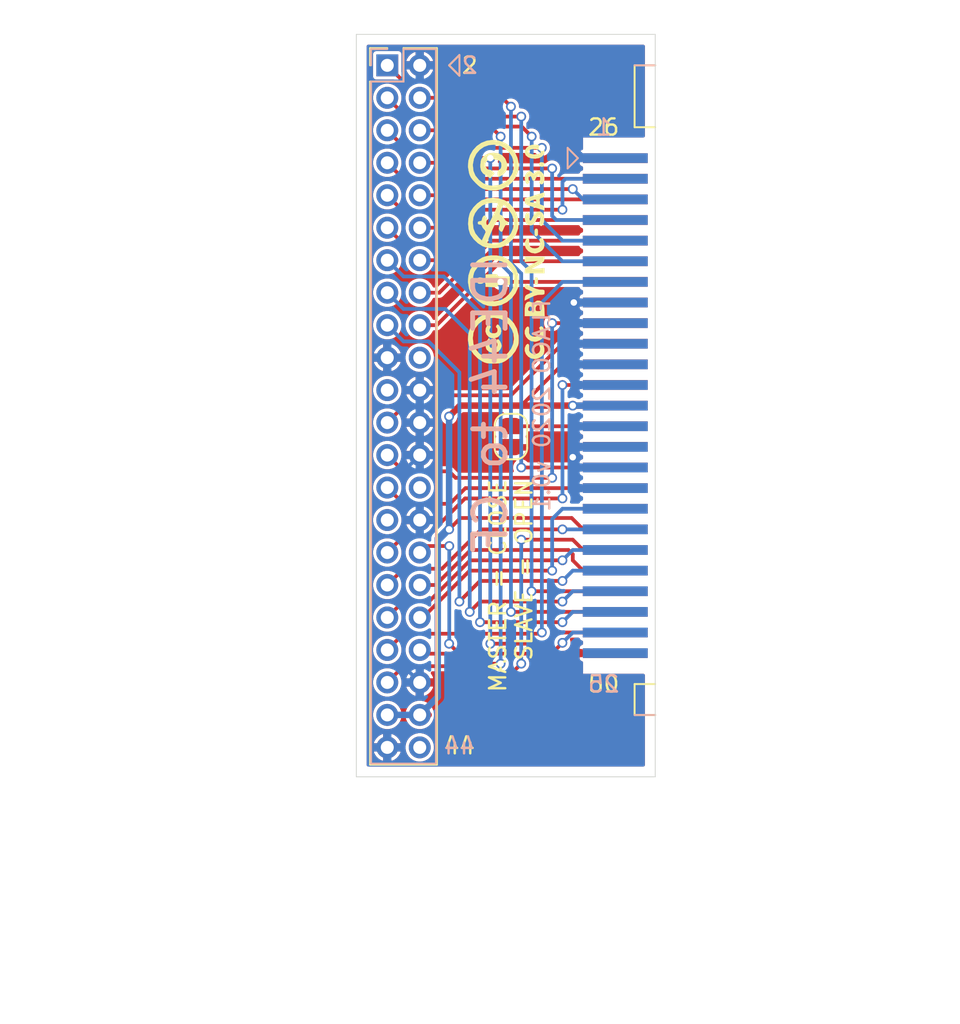
<source format=kicad_pcb>
(kicad_pcb (version 20211014) (generator pcbnew)
  (layers (0 "F.Cu" signal) (31 "B.Cu" signal) (34 "B.Paste" user) (35 "F.Paste" user) (36 "B.SilkS" user "B.Silkscreen") (37 "F.SilkS" user "F.Silkscreen") (38 "B.Mask" user) (39 "F.Mask" user) (44 "Edge.Cuts" user))
  (net 0 "")
  (net 1 "+5V")
  (net 2 "GND")
  (net 3 "/_CS1")
  (net 4 "/DA2")
  (net 5 "/PDIAG")
  (net 6 "/_IOCS16")
  (net 7 "/DD15")
  (net 8 "/DD14")
  (net 9 "/DD13")
  (net 10 "/DD12")
  (net 11 "/DD11")
  (net 12 "/DD10")
  (net 13 "/DD9")
  (net 14 "/DD8")
  (net 15 "/_ACTIVE")
  (net 16 "/_CS0")
  (net 17 "/DA0")
  (net 18 "/DA1")
  (net 19 "/INTRQ")
  (net 20 "/IORDY")
  (net 21 "/_DIOR")
  (net 22 "/_DIOW")
  (net 23 "/DD0")
  (net 24 "/DD1")
  (net 25 "/DD2")
  (net 26 "/DD3")
  (net 27 "/DD4")
  (net 28 "/DD5")
  (net 29 "/DD6")
  (net 30 "/DD7")
  (net 31 "/_DRESET")
  (net 32 "Net-(J2-Pad39)")
  (net 34 "/_DMACK")
  (net 35 "/CSEL")
  (net 36 "/DMARQ")
  (net 37 "/KEY")
  (footprint "Connector_PinHeader_2.00mm:PinHeader_2x22_P2.00mm_Vertical" (layer "F.Cu") (at 174.625 79.375)
    (fp_text reference "J1" hide)
    (fp_text value "IDE 44 host or ribbon")
    (pad "1" thru_hole rect (at 0 0) (size 1.35 1.35) (drill 0.8) (layers *.Cu *.Mask) (net 31 "/_DRESET"))
    (pad "2" thru_hole oval (at 2 0) (size 1.35 1.35) (drill 0.8) (layers *.Cu *.Mask) (net 2 "GND"))
    (pad "3" thru_hole oval (at 0 2) (size 1.35 1.35) (drill 0.8) (layers *.Cu *.Mask) (net 30 "/DD7"))
    (pad "4" thru_hole oval (at 2 2) (size 1.35 1.35) (drill 0.8) (layers *.Cu *.Mask) (net 14 "/DD8"))
    (pad "5" thru_hole oval (at 0 4) (size 1.35 1.35) (drill 0.8) (layers *.Cu *.Mask) (net 29 "/DD6"))
    (pad "6" thru_hole oval (at 2 4) (size 1.35 1.35) (drill 0.8) (layers *.Cu *.Mask) (net 13 "/DD9"))
    (pad "7" thru_hole oval (at 0 6) (size 1.35 1.35) (drill 0.8) (layers *.Cu *.Mask) (net 28 "/DD5"))
    (pad "8" thru_hole oval (at 2 6) (size 1.35 1.35) (drill 0.8) (layers *.Cu *.Mask) (net 12 "/DD10"))
    (pad "9" thru_hole oval (at 0 8) (size 1.35 1.35) (drill 0.8) (layers *.Cu *.Mask) (net 27 "/DD4"))
    (pad "10" thru_hole oval (at 2 8) (size 1.35 1.35) (drill 0.8) (layers *.Cu *.Mask) (net 11 "/DD11"))
    (pad "11" thru_hole oval (at 0 10) (size 1.35 1.35) (drill 0.8) (layers *.Cu *.Mask) (net 26 "/DD3"))
    (pad "12" thru_hole oval (at 2 10) (size 1.35 1.35) (drill 0.8) (layers *.Cu *.Mask) (net 10 "/DD12"))
    (pad "13" thru_hole oval (at 0 12) (size 1.35 1.35) (drill 0.8) (layers *.Cu *.Mask) (net 25 "/DD2"))
    (pad "14" thru_hole oval (at 2 12) (size 1.35 1.35) (drill 0.8) (layers *.Cu *.Mask) (net 9 "/DD13"))
    (pad "15" thru_hole oval (at 0 14) (size 1.35 1.35) (drill 0.8) (layers *.Cu *.Mask) (net 24 "/DD1"))
    (pad "16" thru_hole oval (at 2 14) (size 1.35 1.35) (drill 0.8) (layers *.Cu *.Mask) (net 8 "/DD14"))
    (pad "17" thru_hole oval (at 0 16) (size 1.35 1.35) (drill 0.8) (layers *.Cu *.Mask) (net 23 "/DD0"))
    (pad "18" thru_hole oval (at 2 16) (size 1.35 1.35) (drill 0.8) (layers *.Cu *.Mask) (net 7 "/DD15"))
    (pad "19" thru_hole oval (at 0 18) (size 1.35 1.35) (drill 0.8) (layers *.Cu *.Mask) (net 2 "GND"))
    (pad "20" thru_hole oval (at 2 18) (size 1.35 1.35) (drill 0.8) (layers *.Cu *.Mask) (net 37 "/KEY"))
    (pad "21" thru_hole oval (at 0 20) (size 1.35 1.35) (drill 0.8) (layers *.Cu *.Mask) (net 36 "/DMARQ"))
    (pad "22" thru_hole oval (at 2 20) (size 1.35 1.35) (drill 0.8) (layers *.Cu *.Mask) (net 2 "GND"))
    (pad "23" thru_hole oval (at 0 22) (size 1.35 1.35) (drill 0.8) (layers *.Cu *.Mask) (net 22 "/_DIOW"))
    (pad "24" thru_hole oval (at 2 22) (size 1.35 1.35) (drill 0.8) (layers *.Cu *.Mask) (net 2 "GND"))
    (pad "25" thru_hole oval (at 0 24) (size 1.35 1.35) (drill 0.8) (layers *.Cu *.Mask) (net 21 "/_DIOR"))
    (pad "26" thru_hole oval (at 2 24) (size 1.35 1.35) (drill 0.8) (layers *.Cu *.Mask) (net 2 "GND"))
    (pad "27" thru_hole oval (at 0 26) (size 1.35 1.35) (drill 0.8) (layers *.Cu *.Mask) (net 20 "/IORDY"))
    (pad "28" thru_hole oval (at 2 26) (size 1.35 1.35) (drill 0.8) (layers *.Cu *.Mask) (net 35 "/CSEL"))
    (pad "29" thru_hole oval (at 0 28) (size 1.35 1.35) (drill 0.8) (layers *.Cu *.Mask) (net 34 "/_DMACK"))
    (pad "30" thru_hole oval (at 2 28) (size 1.35 1.35) (drill 0.8) (layers *.Cu *.Mask) (net 2 "GND"))
    (pad "31" thru_hole oval (at 0 30) (size 1.35 1.35) (drill 0.8) (layers *.Cu *.Mask) (net 19 "/INTRQ"))
    (pad "32" thru_hole oval (at 2 30) (size 1.35 1.35) (drill 0.8) (layers *.Cu *.Mask) (net 6 "/_IOCS16"))
    (pad "33" thru_hole oval (at 0 32) (size 1.35 1.35) (drill 0.8) (layers *.Cu *.Mask) (net 18 "/DA1"))
    (pad "34" thru_hole oval (at 2 32) (size 1.35 1.35) (drill 0.8) (layers *.Cu *.Mask) (net 5 "/PDIAG"))
    (pad "35" thru_hole oval (at 0 34) (size 1.35 1.35) (drill 0.8) (layers *.Cu *.Mask) (net 17 "/DA0"))
    (pad "36" thru_hole oval (at 2 34) (size 1.35 1.35) (drill 0.8) (layers *.Cu *.Mask) (net 4 "/DA2"))
    (pad "37" thru_hole oval (at 0 36) (size 1.35 1.35) (drill 0.8) (layers *.Cu *.Mask) (net 16 "/_CS0"))
    (pad "38" thru_hole oval (at 2 36) (size 1.35 1.35) (drill 0.8) (layers *.Cu *.Mask) (net 3 "/_CS1"))
    (pad "39" thru_hole oval (at 0 38) (size 1.35 1.35) (drill 0.8) (layers *.Cu *.Mask) (net 15 "/_ACTIVE"))
    (pad "40" thru_hole oval (at 2 38) (size 1.35 1.35) (drill 0.8) (layers *.Cu *.Mask) (net 2 "GND"))
    (pad "41" thru_hole oval (at 0 40) (size 1.35 1.35) (drill 0.8) (layers *.Cu *.Mask) (net 1 "+5V"))
    (pad "42" thru_hole oval (at 2 40) (size 1.35 1.35) (drill 0.8) (layers *.Cu *.Mask) (net 1 "+5V"))
    (pad "43" thru_hole oval (at 0 42) (size 1.35 1.35) (drill 0.8) (layers *.Cu *.Mask) (net 2 "GND"))
    (pad "44" thru_hole oval (at 2 42) (size 1.35 1.35) (drill 0.8) (layers *.Cu *.Mask))
  )
  (footprint "Jumper:SolderJumper-2_P1.3mm_Open_RoundedPad1.0x1.5mm" (layer "F.Cu") (at 182.245 102.235 -90)
    (fp_text reference "JP1" hide)
    (fp_text value "CSEL")
    (pad "1" smd custom (at -0.65 0 270) (size 1 0.5) (layers "F.Cu" "F.Mask") (net 32 "Net-(J2-Pad39)") (options (clearance outline) (anchor rect)) (primitives (gr_circle (center 0 0.25) (end 0.5 0.25) (width 0) (fill yes)) (gr_circle (center 0 -0.25) (end 0.5 -0.25) (width 0) (fill yes)) (gr_poly (pts (xy 0.5 0.75) (xy 0 0.75) (xy 0 -0.75) (xy 0.5 -0.75)) (width 0) (fill yes))))
    (pad "2" smd custom (at 0.65 0 270) (size 1 0.5) (layers "F.Cu" "F.Mask") (net 2 "GND") (options (clearance outline) (anchor rect)) (primitives (gr_circle (center 0 0.25) (end 0.5 0.25) (width 0) (fill yes)) (gr_circle (center 0 -0.25) (end 0.5 -0.25) (width 0) (fill yes)) (gr_poly (pts (xy 0 0.75) (xy -0.5 0.75) (xy -0.5 -0.75) (xy 0 -0.75)) (width 0) (fill yes))))
  )
  (footprint "Sassa:CF_male_edge_connector" (layer "F.Cu") (at 191.135 100.33 -90)
    (fp_text reference "J2" hide)
    (fp_text value "CF IDE device")
    (pad "1" smd rect locked (at -15.24 2.46 270) (size 0.6 4) (layers "B.Cu" "B.Paste" "B.Mask") (net 2 "GND"))
    (pad "2" smd rect locked (at -13.97 2.46 270) (size 0.6 4) (layers "B.Cu" "B.Paste" "B.Mask") (net 26 "/DD3"))
    (pad "3" smd rect locked (at -12.7 2.46 270) (size 0.6 4) (layers "B.Cu" "B.Paste" "B.Mask") (net 27 "/DD4"))
    (pad "4" smd rect locked (at -11.43 2.46 270) (size 0.6 4) (layers "B.Cu" "B.Paste" "B.Mask") (net 28 "/DD5"))
    (pad "5" smd rect locked (at -10.16 2.46 270) (size 0.6 4) (layers "B.Cu" "B.Paste" "B.Mask") (net 29 "/DD6"))
    (pad "6" smd rect locked (at -8.89 2.46 270) (size 0.6 4) (layers "B.Cu" "B.Paste" "B.Mask") (net 30 "/DD7"))
    (pad "7" smd rect locked (at -7.62 2.46 270) (size 0.6 4) (layers "B.Cu" "B.Paste" "B.Mask") (net 16 "/_CS0"))
    (pad "8" smd rect locked (at -6.35 2.46 270) (size 0.6 4) (layers "B.Cu" "B.Paste" "B.Mask") (net 2 "GND"))
    (pad "9" smd rect locked (at -5.08 2.46 270) (size 0.6 4) (layers "B.Cu" "B.Paste" "B.Mask") (net 2 "GND"))
    (pad "10" smd rect locked (at -3.81 2.46 270) (size 0.6 4) (layers "B.Cu" "B.Paste" "B.Mask") (net 2 "GND"))
    (pad "11" smd rect locked (at -2.54 2.46 270) (size 0.6 4) (layers "B.Cu" "B.Paste" "B.Mask") (net 2 "GND"))
    (pad "12" smd rect locked (at -1.27 2.46 270) (size 0.6 4) (layers "B.Cu" "B.Paste" "B.Mask") (net 2 "GND"))
    (pad "13" smd rect locked (at 0 2.46 270) (size 0.6 4) (layers "B.Cu" "B.Paste" "B.Mask") (net 1 "+5V"))
    (pad "14" smd rect locked (at 1.27 2.46 270) (size 0.6 4) (layers "B.Cu" "B.Paste" "B.Mask") (net 2 "GND"))
    (pad "15" smd rect locked (at 2.54 2.46 270) (size 0.6 4) (layers "B.Cu" "B.Paste" "B.Mask") (net 2 "GND"))
    (pad "16" smd rect locked (at 3.81 2.46 270) (size 0.6 4) (layers "B.Cu" "B.Paste" "B.Mask") (net 2 "GND"))
    (pad "17" smd rect locked (at 5.08 2.46 270) (size 0.6 4) (layers "B.Cu" "B.Paste" "B.Mask") (net 2 "GND"))
    (pad "18" smd rect locked (at 6.35 2.46 270) (size 0.6 4) (layers "B.Cu" "B.Paste" "B.Mask") (net 4 "/DA2"))
    (pad "19" smd rect locked (at 7.62 2.46 270) (size 0.6 4) (layers "B.Cu" "B.Paste" "B.Mask") (net 18 "/DA1"))
    (pad "20" smd rect locked (at 8.89 2.46 270) (size 0.6 4) (layers "B.Cu" "B.Paste" "B.Mask") (net 17 "/DA0"))
    (pad "21" smd rect locked (at 10.16 2.46 270) (size 0.6 4) (layers "B.Cu" "B.Paste" "B.Mask") (net 23 "/DD0"))
    (pad "22" smd rect locked (at 11.43 2.46 270) (size 0.6 4) (layers "B.Cu" "B.Paste" "B.Mask") (net 24 "/DD1"))
    (pad "23" smd rect locked (at 12.7 2.46 270) (size 0.6 4) (layers "B.Cu" "B.Paste" "B.Mask") (net 25 "/DD2"))
    (pad "24" smd rect locked (at 13.97 2.46 270) (size 0.6 4) (layers "B.Cu" "B.Paste" "B.Mask") (net 6 "/_IOCS16"))
    (pad "25" smd rect locked (at 15.24 2.46 270) (size 0.6 4) (layers "B.Cu" "B.Paste" "B.Mask"))
    (pad "26" smd rect locked (at -15.24 2.46 270) (size 0.6 4) (layers "F.Cu" "F.Paste" "F.Mask"))
    (pad "27" smd rect locked (at -13.97 2.46 270) (size 0.6 4) (layers "F.Cu" "F.Paste" "F.Mask") (net 11 "/DD11"))
    (pad "28" smd rect locked (at -12.7 2.46 270) (size 0.6 4) (layers "F.Cu" "F.Paste" "F.Mask") (net 10 "/DD12"))
    (pad "29" smd rect locked (at -11.43 2.46 270) (size 0.6 4) (layers "F.Cu" "F.Paste" "F.Mask") (net 9 "/DD13"))
    (pad "30" smd rect locked (at -10.16 2.46 270) (size 0.6 4) (layers "F.Cu" "F.Paste" "F.Mask") (net 8 "/DD14"))
    (pad "31" smd rect locked (at -8.89 2.46 270) (size 0.6 4) (layers "F.Cu" "F.Paste" "F.Mask") (net 7 "/DD15"))
    (pad "32" smd rect locked (at -7.62 2.46 270) (size 0.6 4) (layers "F.Cu" "F.Paste" "F.Mask") (net 3 "/_CS1"))
    (pad "33" smd rect locked (at -6.35 2.46 270) (size 0.6 4) (layers "F.Cu" "F.Paste" "F.Mask"))
    (pad "34" smd rect locked (at -5.08 2.46 270) (size 0.6 4) (layers "F.Cu" "F.Paste" "F.Mask") (net 21 "/_DIOR"))
    (pad "35" smd rect locked (at -3.81 2.46 270) (size 0.6 4) (layers "F.Cu" "F.Paste" "F.Mask") (net 22 "/_DIOW"))
    (pad "36" smd rect locked (at -2.54 2.46 270) (size 0.6 4) (layers "F.Cu" "F.Paste" "F.Mask") (net 1 "+5V"))
    (pad "37" smd rect locked (at -1.27 2.46 270) (size 0.6 4) (layers "F.Cu" "F.Paste" "F.Mask") (net 19 "/INTRQ"))
    (pad "38" smd rect locked (at 0 2.46 270) (size 0.6 4) (layers "F.Cu" "F.Paste" "F.Mask") (net 1 "+5V"))
    (pad "39" smd rect locked (at 1.27 2.46 270) (size 0.6 4) (layers "F.Cu" "F.Paste" "F.Mask") (net 32 "Net-(J2-Pad39)"))
    (pad "40" smd rect locked (at 2.54 2.46 270) (size 0.6 4) (layers "F.Cu" "F.Paste" "F.Mask"))
    (pad "41" smd rect locked (at 3.81 2.46 270) (size 0.6 4) (layers "F.Cu" "F.Paste" "F.Mask") (net 31 "/_DRESET"))
    (pad "42" smd rect locked (at 5.08 2.46 270) (size 0.6 4) (layers "F.Cu" "F.Paste" "F.Mask") (net 20 "/IORDY"))
    (pad "43" smd rect locked (at 6.35 2.46 270) (size 0.6 4) (layers "F.Cu" "F.Paste" "F.Mask"))
    (pad "44" smd rect locked (at 7.62 2.46 270) (size 0.6 4) (layers "F.Cu" "F.Paste" "F.Mask") (net 1 "+5V"))
    (pad "45" smd rect locked (at 8.89 2.46 270) (size 0.6 4) (layers "F.Cu" "F.Paste" "F.Mask") (net 15 "/_ACTIVE"))
    (pad "46" smd rect locked (at 10.16 2.46 270) (size 0.6 4) (layers "F.Cu" "F.Paste" "F.Mask") (net 5 "/PDIAG"))
    (pad "47" smd rect locked (at 11.43 2.46 270) (size 0.6 4) (layers "F.Cu" "F.Paste" "F.Mask") (net 14 "/DD8"))
    (pad "48" smd rect locked (at 12.7 2.46 270) (size 0.6 4) (layers "F.Cu" "F.Paste" "F.Mask") (net 13 "/DD9"))
    (pad "49" smd rect locked (at 13.97 2.46 270) (size 0.6 4) (layers "F.Cu" "F.Paste" "F.Mask") (net 12 "/DD10"))
    (pad "50" smd rect locked (at 15.24 2.46 270) (size 0.6 4) (layers "F.Cu" "F.Paste" "F.Mask") (net 2 "GND"))
  )
  (footprint "Sassa:CC_BY_NC_SA_long_silkscreen" (layer "F.Cu") (at 181.9275 90.805 90)
    (fp_text reference "FID1" hide)
    (fp_text value "CC_BY_NC_SA" hide)
  )
  (gr_line (start 179.07 80.01) (end 178.435 79.375) (layer "B.SilkS") (width 0.12))
  (gr_line (start 185.7375 85.725) (end 186.3725 85.09) (layer "B.SilkS") (width 0.12))
  (gr_line (start 177.625 78.375) (end 175.625 78.375) (layer "B.SilkS") (width 0.12))
  (gr_line (start 191.135 79.375) (end 189.865 79.375) (layer "B.SilkS") (width 0.12))
  (gr_line (start 177.625 122.375) (end 177.625 78.375) (layer "B.SilkS") (width 0.12))
  (gr_line (start 173.625 122.375) (end 177.625 122.375) (layer "B.SilkS") (width 0.12))
  (gr_line (start 173.625 80.375) (end 173.625 122.375) (layer "B.SilkS") (width 0.12))
  (gr_line (start 178.435 79.375) (end 179.07 78.74) (layer "B.SilkS") (width 0.12))
  (gr_line (start 175.625 80.375) (end 173.625 80.375) (layer "B.SilkS") (width 0.12))
  (gr_line (start 173.625 78.375) (end 173.625 79.375) (layer "B.SilkS") (width 0.12))
  (gr_line (start 179.07 78.74) (end 179.07 80.01) (layer "B.SilkS") (width 0.12))
  (gr_line (start 185.7375 84.455) (end 185.7375 85.725) (layer "B.SilkS") (width 0.12))
  (gr_line (start 175.625 78.375) (end 175.625 80.375) (layer "B.SilkS") (width 0.12))
  (gr_line (start 191.135 119.38) (end 189.865 119.38) (layer "B.SilkS") (width 0.12))
  (gr_line (start 186.3725 85.09) (end 185.7375 84.455) (layer "B.SilkS") (width 0.12))
  (gr_line (start 174.625 78.375) (end 173.625 78.375) (layer "B.SilkS") (width 0.12))
  (gr_line (start 179.07 80.01) (end 178.435 79.375) (layer "F.SilkS") (width 0.12))
  (gr_line (start 189.865 117.475) (end 189.865 119.38) (layer "F.SilkS") (width 0.12))
  (gr_line (start 189.865 79.375) (end 189.865 83.185) (layer "F.SilkS") (width 0.12))
  (gr_line (start 191.135 79.375) (end 189.865 79.375) (layer "F.SilkS") (width 0.12))
  (gr_line (start 191.135 119.38) (end 189.865 119.38) (layer "F.SilkS") (width 0.12))
  (gr_line (start 189.865 83.185) (end 191.135 83.185) (layer "F.SilkS") (width 0.12))
  (gr_line (start 178.435 79.375) (end 179.07 78.74) (layer "F.SilkS") (width 0.12))
  (gr_line (start 191.135 117.475) (end 189.865 117.475) (layer "F.SilkS") (width 0.12))
  (gr_line (start 179.07 78.74) (end 179.07 80.01) (layer "F.SilkS") (width 0.12))
  (gr_line (start 172.72 123.19) (end 172.72 77.47) (layer "Edge.Cuts") (width 0.05))
  (gr_line (start 172.72 77.47) (end 191.135 77.47) (layer "Edge.Cuts") (width 0.05))
  (gr_line (start 191.135 123.19) (end 172.72 123.19) (layer "Edge.Cuts") (width 0.05))
  (gr_line (start 191.135 77.47) (end 191.135 123.19) (layer "Edge.Cuts") (width 0.05))
  (gr_text "FLACO 2020 v0.1" (at 184.15 100.33 90) (layer "B.SilkS") (effects (font (size 1 1)) (justify mirror)))
  (gr_text "IDE44 to CF" (at 180.975 100.33 90) (layer "B.SilkS") (effects (font (size 2 2) (thickness 0.3)) (justify mirror)))
  (gr_text "25" (at 187.96 117.475) (layer "B.SilkS") (effects (font (size 1 1)) (justify mirror)))
  (gr_text "1" (at 187.96 83.185) (layer "B.SilkS") (effects (font (size 1 1)) (justify mirror)))
  (gr_text "2" (at 179.705 79.375) (layer "B.SilkS") (effects (font (size 1 1)) (justify mirror)))
  (gr_text "44" (at 179.07 121.285) (layer "B.SilkS") (effects (font (size 1 1)) (justify mirror)))
  (gr_text "50" (at 187.96 117.475) (layer "F.SilkS") (effects (font (size 1 1))))
  (gr_text "MASTER = CLOSE\nSLAVE = OPEN" (at 182.245 104.775 90) (layer "F.SilkS") (effects (font (size 1 1)) (justify right)))
  (gr_text "26" (at 187.96 83.185) (layer "F.SilkS") (effects (font (size 1 1))))
  (gr_text "44" (at 179.07 121.285) (layer "F.SilkS") (effects (font (size 1 1))))
  (gr_text "2" (at 179.705 79.375) (layer "F.SilkS") (effects (font (size 1 1))))
  (segment (start 186.055 100.33) (end 188.675 100.33) (width 0.4) (layer "F.Cu") (net 1))
  (segment (start 185.989999 107.249999) (end 179.135001 107.249999) (width 0.23) (layer "F.Cu") (net 1))
  (segment (start 188.675 97.79) (end 185.42 97.79) (width 0.23) (layer "F.Cu") (net 1))
  (segment (start 176.625 119.375) (end 177.17 119.375) (width 0.4) (layer "F.Cu") (net 1))
  (segment (start 188.675 107.95) (end 186.69 107.95) (width 0.23) (layer "F.Cu") (net 1))
  (segment (start 186.69 107.95) (end 185.989999 107.249999) (width 0.23) (layer "F.Cu") (net 1))
  (segment (start 179.135001 107.249999) (end 178.435 107.95) (width 0.23) (layer "F.Cu") (net 1))
  (segment (start 186.055 100.33) (end 179.103181 100.33) (width 0.4) (layer "F.Cu") (net 1))
  (segment (start 185.42 97.79) (end 182.88 100.33) (width 0.23) (layer "F.Cu") (net 1))
  (segment (start 179.103181 100.33) (end 178.435 100.998181) (width 0.4) (layer "F.Cu") (net 1))
  (via (at 178.435 107.95) (size 0.6) (drill 0.4) (layers "F.Cu" "B.Cu") (net 1))
  (via (at 178.435 100.998181) (size 0.6) (drill 0.4) (layers "F.Cu" "B.Cu") (net 1))
  (via (at 186.055 100.33) (size 0.6) (drill 0.4) (layers "F.Cu" "B.Cu") (net 1))
  (segment (start 177.865001 108.519999) (end 177.734999 108.519999) (width 0.4) (layer "B.Cu") (net 1))
  (segment (start 177.734999 108.883999) (end 177.734999 108.519999) (width 0.4) (layer "B.Cu") (net 1))
  (segment (start 178.435 107.95) (end 177.865001 108.519999) (width 0.4) (layer "B.Cu") (net 1))
  (segment (start 174.625 119.375) (end 176.625 119.375) (width 0.4) (layer "B.Cu") (net 1))
  (segment (start 177.734999 108.519999) (end 178.435 107.819998) (width 0.4) (layer "B.Cu") (net 1))
  (segment (start 178.435 107.819998) (end 178.435 100.998181) (width 0.4) (layer "B.Cu") (net 1))
  (segment (start 186.055 100.33) (end 188.675 100.33) (width 0.4) (layer "B.Cu") (net 1))
  (segment (start 176.625 119.375) (end 177.734999 118.265001) (width 0.4) (layer "B.Cu") (net 1))
  (segment (start 177.734999 118.265001) (end 177.734999 108.883999) (width 0.4) (layer "B.Cu") (net 1))
  (segment (start 184.47 117.375) (end 176.625 117.375) (width 0.4) (layer "F.Cu") (net 2))
  (segment (start 176.625 103.375) (end 178.435 103.375) (width 0.4) (layer "F.Cu") (net 2))
  (segment (start 185.45 102.9) (end 186.055 103.505) (width 0.4) (layer "F.Cu") (net 2))
  (segment (start 186.275 115.57) (end 184.47 117.375) (width 0.4) (layer "F.Cu") (net 2))
  (segment (start 178.91 102.9) (end 185.45 102.9) (width 0.4) (layer "F.Cu") (net 2))
  (segment (start 178.435 103.375) (end 178.91 102.9) (width 0.4) (layer "F.Cu") (net 2))
  (segment (start 188.675 115.57) (end 186.275 115.57) (width 0.4) (layer "F.Cu") (net 2))
  (via (at 186.120001 93.98) (size 0.6) (drill 0.4) (layers "F.Cu" "B.Cu") (net 2))
  (via (at 186.055 103.505) (size 0.6) (drill 0.4) (layers "F.Cu" "B.Cu") (net 2))
  (segment (start 186.120001 93.98) (end 188.675 93.98) (width 0.4) (layer "B.Cu") (net 2))
  (segment (start 186.055 104.14) (end 186.055 105.41) (width 0.4) (layer "B.Cu") (net 2))
  (segment (start 186.69 85.09) (end 185.42 83.82) (width 0.4) (layer "B.Cu") (net 2))
  (segment (start 186.120001 96.454999) (end 186.120001 95.315001) (width 0.4) (layer "B.Cu") (net 2))
  (segment (start 186.120001 95.315001) (end 186.120001 93.98) (width 0.4) (layer "B.Cu") (net 2))
  (segment (start 175.634999 104.365001) (end 175.634999 116.384999) (width 0.23) (layer "B.Cu") (net 2))
  (segment (start 176.625 103.375) (end 175.634999 104.365001) (width 0.23) (layer "B.Cu") (net 2))
  (segment (start 186.120001 97.855001) (end 186.120001 96.454999) (width 0.4) (layer "B.Cu") (net 2))
  (segment (start 188.675 97.79) (end 186.185002 97.79) (width 0.4) (layer "B.Cu") (net 2))
  (segment (start 188.675 102.87) (end 186.055 102.87) (width 0.4) (layer "B.Cu") (net 2))
  (segment (start 186.055 102.87) (end 186.055 103.505) (width 0.4) (layer "B.Cu") (net 2))
  (segment (start 188.675 99.06) (end 186.120001 99.06) (width 0.4) (layer "B.Cu") (net 2))
  (segment (start 185.42 83.82) (end 180.975 79.375) (width 0.4) (layer "B.Cu") (net 2))
  (segment (start 188.675 104.14) (end 186.055 104.14) (width 0.4) (layer "B.Cu") (net 2))
  (segment (start 186.055 103.505) (end 186.055 104.14) (width 0.4) (layer "B.Cu") (net 2))
  (segment (start 186.120001 93.98) (end 186.120001 93.98) (width 0.4) (layer "B.Cu") (net 2))
  (segment (start 186.185002 95.25) (end 186.120001 95.315001) (width 0.4) (layer "B.Cu") (net 2))
  (segment (start 186.120001 99.06) (end 186.120001 97.855001) (width 0.4) (layer "B.Cu") (net 2))
  (segment (start 188.675 85.09) (end 186.69 85.09) (width 0.4) (layer "B.Cu") (net 2))
  (segment (start 180.975 79.375) (end 176.625 79.375) (width 0.4) (layer "B.Cu") (net 2))
  (segment (start 186.185002 96.52) (end 186.120001 96.454999) (width 0.4) (layer "B.Cu") (net 2))
  (segment (start 186.055 101.6) (end 186.055 102.87) (width 0.4) (layer "B.Cu") (net 2))
  (segment (start 188.675 95.25) (end 186.185002 95.25) (width 0.4) (layer "B.Cu") (net 2))
  (segment (start 188.675 96.52) (end 186.185002 96.52) (width 0.4) (layer "B.Cu") (net 2))
  (segment (start 186.055 105.41) (end 188.675 105.41) (width 0.4) (layer "B.Cu") (net 2))
  (segment (start 188.675 101.6) (end 186.055 101.6) (width 0.4) (layer "B.Cu") (net 2))
  (segment (start 186.185002 97.79) (end 186.120001 97.855001) (width 0.4) (layer "B.Cu") (net 2))
  (segment (start 175.634999 116.384999) (end 176.625 117.375) (width 0.23) (layer "B.Cu") (net 2))
  (segment (start 182.034264 92.71) (end 181.61 92.71) (width 0.23) (layer "F.Cu") (net 3))
  (segment (start 178.435 115.605012) (end 179.050009 116.220021) (width 0.23) (layer "F.Cu") (net 3))
  (segment (start 176.625 115.375) (end 176.855012 115.605012) (width 0.23) (layer "F.Cu") (net 3))
  (segment (start 179.050009 116.220021) (end 181.610004 116.220021) (width 0.23) (layer "F.Cu") (net 3))
  (segment (start 187.405 92.71) (end 182.034264 92.71) (width 0.23) (layer "F.Cu") (net 3))
  (segment (start 176.855012 115.605012) (end 178.435 115.605012) (width 0.23) (layer "F.Cu") (net 3))
  (via (at 181.61 92.71) (size 0.6) (drill 0.4) (layers "F.Cu" "B.Cu") (net 3))
  (via (at 181.610004 116.220021) (size 0.6) (drill 0.4) (layers "F.Cu" "B.Cu") (net 3))
  (segment (start 181.610004 116.220021) (end 181.610004 92.710004) (width 0.23) (layer "B.Cu") (net 3))
  (segment (start 181.610004 92.710004) (end 181.61 92.71) (width 0.23) (layer "B.Cu") (net 3))
  (segment (start 179.705 110.49) (end 184.785 110.49) (width 0.23) (layer "F.Cu") (net 4))
  (segment (start 176.625 113.375) (end 176.82 113.375) (width 0.23) (layer "F.Cu") (net 4))
  (segment (start 176.82 113.375) (end 179.705 110.49) (width 0.23) (layer "F.Cu") (net 4))
  (via (at 184.785 110.49) (size 0.6) (drill 0.4) (layers "F.Cu" "B.Cu") (net 4))
  (segment (start 185.42 106.68) (end 184.785 107.315) (width 0.23) (layer "B.Cu") (net 4))
  (segment (start 184.785 107.315) (end 184.785 110.49) (width 0.23) (layer "B.Cu") (net 4))
  (segment (start 187.405 106.68) (end 185.42 106.68) (width 0.23) (layer "B.Cu") (net 4))
  (segment (start 179.758746 109.22) (end 177.603746 111.375) (width 0.23) (layer "F.Cu") (net 5))
  (segment (start 187.405 110.49) (end 187.059998 110.49) (width 0.23) (layer "F.Cu") (net 5))
  (segment (start 185.922499 109.352501) (end 185.789998 109.22) (width 0.23) (layer "F.Cu") (net 5))
  (segment (start 177.603746 111.375) (end 176.625 111.375) (width 0.23) (layer "F.Cu") (net 5))
  (segment (start 185.789998 109.22) (end 179.758746 109.22) (width 0.23) (layer "F.Cu") (net 5))
  (segment (start 186.055 109.485002) (end 185.922499 109.352501) (width 0.23) (layer "F.Cu") (net 5))
  (segment (start 186.69 110.49) (end 186.055 109.855) (width 0.23) (layer "F.Cu") (net 5))
  (segment (start 188.675 110.49) (end 186.69 110.49) (width 0.23) (layer "F.Cu") (net 5))
  (segment (start 186.055 109.855) (end 186.055 109.485002) (width 0.23) (layer "F.Cu") (net 5))
  (segment (start 179.050001 115.605011) (end 178.435 114.99001) (width 0.23) (layer "F.Cu") (net 6))
  (segment (start 185.42 114.935) (end 184.749989 115.605011) (width 0.23) (layer "F.Cu") (net 6))
  (segment (start 184.749989 115.605011) (end 179.050001 115.605011) (width 0.23) (layer "F.Cu") (net 6))
  (segment (start 176.625 109.375) (end 177.025033 108.974967) (width 0.23) (layer "F.Cu") (net 6))
  (segment (start 177.025033 108.974967) (end 178.44499 108.974967) (width 0.23) (layer "F.Cu") (net 6))
  (via (at 178.44499 108.974967) (size 0.6) (drill 0.4) (layers "F.Cu" "B.Cu") (net 6))
  (via (at 185.42 114.935) (size 0.6) (drill 0.4) (layers "F.Cu" "B.Cu") (net 6))
  (via (at 178.435 114.99001) (size 0.6) (drill 0.4) (layers "F.Cu" "B.Cu") (net 6))
  (segment (start 178.44499 108.974967) (end 178.44499 114.98002) (width 0.23) (layer "B.Cu") (net 6))
  (segment (start 186.055 114.3) (end 185.42 114.935) (width 0.23) (layer "B.Cu") (net 6))
  (segment (start 188.675 114.3) (end 186.055 114.3) (width 0.23) (layer "B.Cu") (net 6))
  (segment (start 178.44499 114.98002) (end 178.435 114.99001) (width 0.23) (layer "B.Cu") (net 6))
  (segment (start 177.675 95.375) (end 176.625 95.375) (width 0.23) (layer "F.Cu") (net 7))
  (segment (start 181.61 91.44) (end 177.675 95.375) (width 0.23) (layer "F.Cu") (net 7))
  (segment (start 187.405 91.44) (end 181.61 91.44) (width 0.23) (layer "F.Cu") (net 7))
  (segment (start 187.405 90.17) (end 181.0375 90.17) (width 0.23) (layer "F.Cu") (net 8))
  (segment (start 181.0375 90.17) (end 177.8325 93.375) (width 0.23) (layer "F.Cu") (net 8))
  (segment (start 177.8325 93.375) (end 176.625 93.375) (width 0.23) (layer "F.Cu") (net 8))
  (segment (start 187.405 88.9) (end 180.94532 88.9) (width 0.23) (layer "F.Cu") (net 9))
  (segment (start 178.47032 91.375) (end 176.625 91.375) (width 0.23) (layer "F.Cu") (net 9))
  (segment (start 180.94532 88.9) (end 178.47032 91.375) (width 0.23) (layer "F.Cu") (net 9))
  (segment (start 180.18 87.63) (end 178.435 89.375) (width 0.23) (layer "F.Cu") (net 10))
  (segment (start 178.435 89.375) (end 176.625 89.375) (width 0.23) (layer "F.Cu") (net 10))
  (segment (start 187.405 87.63) (end 180.18 87.63) (width 0.23) (layer "F.Cu") (net 10))
  (segment (start 178.435 87.375) (end 176.625 87.375) (width 0.23) (layer "F.Cu") (net 11))
  (segment (start 188.675 86.36) (end 179.45 86.36) (width 0.23) (layer "F.Cu") (net 11))
  (segment (start 179.45 86.36) (end 178.435 87.375) (width 0.23) (layer "F.Cu") (net 11))
  (segment (start 178.72 85.09) (end 180.975 85.09) (width 0.23) (layer "F.Cu") (net 12))
  (segment (start 187.405 114.3) (end 185.075002 114.3) (width 0.23) (layer "F.Cu") (net 12))
  (segment (start 178.435 85.375) (end 178.72 85.09) (width 0.23) (layer "F.Cu") (net 12))
  (segment (start 176.625 85.375) (end 178.435 85.375) (width 0.23) (layer "F.Cu") (net 12))
  (segment (start 185.075002 114.3) (end 184.384992 114.99001) (width 0.23) (layer "F.Cu") (net 12))
  (segment (start 184.384992 114.99001) (end 180.975004 114.99001) (width 0.23) (layer "F.Cu") (net 12))
  (via (at 180.975 85.09) (size 0.6) (drill 0.4) (layers "F.Cu" "B.Cu") (net 12))
  (via (at 180.975004 114.99001) (size 0.6) (drill 0.4) (layers "F.Cu" "B.Cu") (net 12))
  (segment (start 180.975004 85.090004) (end 180.975 85.09) (width 0.23) (layer "B.Cu") (net 12))
  (segment (start 180.975004 114.99001) (end 180.975004 85.090004) (width 0.23) (layer "B.Cu") (net 12))
  (segment (start 182.245 113.03) (end 187.405 113.03) (width 0.23) (layer "F.Cu") (net 13))
  (segment (start 176.625 83.375) (end 181.22501 83.375) (width 0.23) (layer "F.Cu") (net 13))
  (segment (start 181.22501 83.375) (end 181.61 83.75999) (width 0.23) (layer "F.Cu") (net 13))
  (via (at 182.245 113.03) (size 0.6) (drill 0.4) (layers "F.Cu" "B.Cu") (net 13))
  (via (at 181.61 83.75999) (size 0.6) (drill 0.4) (layers "F.Cu" "B.Cu") (net 13))
  (segment (start 182.245 113.03) (end 182.245 92.229842) (width 0.23) (layer "B.Cu") (net 13))
  (segment (start 181.61 91.594842) (end 181.61 83.75999) (width 0.23) (layer "B.Cu") (net 13))
  (segment (start 182.245 92.229842) (end 181.61 91.594842) (width 0.23) (layer "B.Cu") (net 13))
  (segment (start 176.625 81.375) (end 180.685734 81.375) (width 0.23) (layer "F.Cu") (net 14))
  (segment (start 180.685734 81.375) (end 181.840712 82.529978) (width 0.23) (layer "F.Cu") (net 14))
  (segment (start 181.840712 82.529978) (end 182.88 82.529978) (width 0.23) (layer "F.Cu") (net 14))
  (segment (start 187.405 111.76) (end 183.515 111.76) (width 0.23) (layer "F.Cu") (net 14))
  (via (at 182.88 82.529978) (size 0.6) (drill 0.4) (layers "F.Cu" "B.Cu") (net 14))
  (via (at 183.515 111.76) (size 0.6) (drill 0.4) (layers "F.Cu" "B.Cu") (net 14))
  (segment (start 183.515 92.075) (end 183.515 111.76) (width 0.23) (layer "B.Cu") (net 14))
  (segment (start 182.88 82.529978) (end 182.88 91.44) (width 0.23) (layer "B.Cu") (net 14))
  (segment (start 182.88 91.44) (end 183.515 92.075) (width 0.23) (layer "B.Cu") (net 14))
  (segment (start 186.055 108.585) (end 182.88 108.585) (width 0.23) (layer "F.Cu") (net 15))
  (segment (start 174.625 117.375) (end 175.625 116.375) (width 0.23) (layer "F.Cu") (net 15))
  (segment (start 178.435 116.375) (end 178.895023 116.835023) (width 0.23) (layer "F.Cu") (net 15))
  (segment (start 182.264998 116.835023) (end 182.88 116.220021) (width 0.23) (layer "F.Cu") (net 15))
  (segment (start 178.895023 116.835023) (end 182.264998 116.835023) (width 0.23) (layer "F.Cu") (net 15))
  (segment (start 175.625 116.375) (end 178.435 116.375) (width 0.23) (layer "F.Cu") (net 15))
  (segment (start 188.675 109.22) (end 186.69 109.22) (width 0.23) (layer "F.Cu") (net 15))
  (segment (start 186.69 109.22) (end 186.055 108.585) (width 0.23) (layer "F.Cu") (net 15))
  (via (at 182.88 108.585) (size 0.6) (drill 0.4) (layers "F.Cu" "B.Cu") (net 15))
  (via (at 182.88 116.220021) (size 0.6) (drill 0.4) (layers "F.Cu" "B.Cu") (net 15))
  (segment (start 182.88 108.585) (end 182.88 116.220021) (width 0.23) (layer "B.Cu") (net 15))
  (segment (start 184.075 114.375) (end 184.15 114.3) (width 0.23) (layer "F.Cu") (net 16))
  (segment (start 175.625 114.375) (end 184.075 114.375) (width 0.23) (layer "F.Cu") (net 16))
  (segment (start 174.625 115.375) (end 175.625 114.375) (width 0.23) (layer "F.Cu") (net 16))
  (via (at 184.15 114.3) (size 0.6) (drill 0.4) (layers "F.Cu" "B.Cu") (net 16))
  (segment (start 184.15 93.98) (end 184.15 114.3) (width 0.23) (layer "B.Cu") (net 16))
  (segment (start 185.42 92.71) (end 184.15 93.98) (width 0.23) (layer "B.Cu") (net 16))
  (segment (start 187.405 92.71) (end 185.42 92.71) (width 0.23) (layer "B.Cu") (net 16))
  (segment (start 179.731863 109.85501) (end 185.42 109.85501) (width 0.23) (layer "F.Cu") (net 17))
  (segment (start 174.625 113.375) (end 175.625 112.375) (width 0.23) (layer "F.Cu") (net 17))
  (segment (start 177.211873 112.375) (end 179.731863 109.85501) (width 0.23) (layer "F.Cu") (net 17))
  (segment (start 175.625 112.375) (end 177.211873 112.375) (width 0.23) (layer "F.Cu") (net 17))
  (via (at 185.42 109.85501) (size 0.6) (drill 0.4) (layers "F.Cu" "B.Cu") (net 17))
  (segment (start 188.675 109.22) (end 186.05501 109.22) (width 0.23) (layer "B.Cu") (net 17))
  (segment (start 186.05501 109.22) (end 185.42 109.85501) (width 0.23) (layer "B.Cu") (net 17))
  (segment (start 180.420618 107.95) (end 185.42 107.95) (width 0.23) (layer "F.Cu") (net 18))
  (segment (start 177.995618 110.375) (end 180.420618 107.95) (width 0.23) (layer "F.Cu") (net 18))
  (segment (start 175.625 110.375) (end 177.995618 110.375) (width 0.23) (layer "F.Cu") (net 18))
  (segment (start 174.625 111.375) (end 175.625 110.375) (width 0.23) (layer "F.Cu") (net 18))
  (via (at 185.42 107.95) (size 0.6) (drill 0.4) (layers "F.Cu" "B.Cu") (net 18))
  (segment (start 188.675 107.95) (end 185.42 107.95) (width 0.23) (layer "B.Cu") (net 18))
  (segment (start 177.084996 108.375) (end 179.414996 106.045) (width 0.23) (layer "F.Cu") (net 19))
  (segment (start 179.414996 106.045) (end 185.42 106.045) (width 0.23) (layer "F.Cu") (net 19))
  (segment (start 174.625 109.375) (end 175.625 108.375) (width 0.23) (layer "F.Cu") (net 19))
  (segment (start 175.625 108.375) (end 177.084996 108.375) (width 0.23) (layer "F.Cu") (net 19))
  (segment (start 185.42 99.06) (end 188.675 99.06) (width 0.23) (layer "F.Cu") (net 19))
  (via (at 185.42 99.06) (size 0.6) (drill 0.4) (layers "F.Cu" "B.Cu") (net 19))
  (via (at 185.42 106.045) (size 0.6) (drill 0.4) (layers "F.Cu" "B.Cu") (net 19))
  (segment (start 185.42 106.045) (end 185.42 99.06) (width 0.23) (layer "B.Cu") (net 19))
  (segment (start 178.47687 106.375) (end 179.44187 105.41) (width 0.23) (layer "F.Cu") (net 20))
  (segment (start 175.625 106.375) (end 178.47687 106.375) (width 0.23) (layer "F.Cu") (net 20))
  (segment (start 174.625 105.375) (end 175.625 106.375) (width 0.23) (layer "F.Cu") (net 20))
  (segment (start 179.44187 105.41) (end 188.675 105.41) (width 0.23) (layer "F.Cu") (net 20))
  (segment (start 184.785 95.25) (end 188.675 95.25) (width 0.23) (layer "F.Cu") (net 21))
  (segment (start 175.625 104.375) (end 178.435 104.375) (width 0.23) (layer "F.Cu") (net 21))
  (segment (start 178.835 104.775) (end 184.785 104.775) (width 0.23) (layer "F.Cu") (net 21))
  (segment (start 174.625 103.375) (end 175.625 104.375) (width 0.23) (layer "F.Cu") (net 21))
  (segment (start 178.435 104.375) (end 178.835 104.775) (width 0.23) (layer "F.Cu") (net 21))
  (via (at 184.785 95.25) (size 0.6) (drill 0.4) (layers "F.Cu" "B.Cu") (net 21))
  (via (at 184.785 104.775) (size 0.6) (drill 0.4) (layers "F.Cu" "B.Cu") (net 21))
  (segment (start 184.785 95.25) (end 184.785 104.775) (width 0.23) (layer "B.Cu") (net 21))
  (segment (start 178.363246 99.695) (end 182.245 99.695) (width 0.23) (layer "F.Cu") (net 22))
  (segment (start 182.245 99.695) (end 185.42 96.52) (width 0.23) (layer "F.Cu") (net 22))
  (segment (start 185.42 96.52) (end 187.405 96.52) (width 0.23) (layer "F.Cu") (net 22))
  (segment (start 177.683246 100.375) (end 178.363246 99.695) (width 0.23) (layer "F.Cu") (net 22))
  (segment (start 174.625 101.375) (end 175.625 100.375) (width 0.23) (layer "F.Cu") (net 22))
  (segment (start 175.625 100.375) (end 177.683246 100.375) (width 0.23) (layer "F.Cu") (net 22))
  (segment (start 180.34 111.125) (end 179.07 112.395) (width 0.23) (layer "F.Cu") (net 23))
  (segment (start 185.42 111.125) (end 180.34 111.125) (width 0.23) (layer "F.Cu") (net 23))
  (via (at 179.07 112.395) (size 0.6) (drill 0.4) (layers "F.Cu" "B.Cu") (net 23))
  (via (at 185.42 111.125) (size 0.6) (drill 0.4) (layers "F.Cu" "B.Cu") (net 23))
  (segment (start 174.625 95.375) (end 175.625001 96.375001) (width 0.23) (layer "B.Cu") (net 23))
  (segment (start 177.165 96.375) (end 179.07 98.28) (width 0.23) (layer "B.Cu") (net 23))
  (segment (start 186.055 110.49) (end 185.42 111.125) (width 0.23) (layer "B.Cu") (net 23))
  (segment (start 179.07 98.28) (end 179.07 112.395) (width 0.23) (layer "B.Cu") (net 23))
  (segment (start 188.675 110.49) (end 186.055 110.49) (width 0.23) (layer "B.Cu") (net 23))
  (segment (start 175.625001 96.375001) (end 177.165 96.375001) (width 0.23) (layer "B.Cu") (net 23))
  (segment (start 185.42 112.395) (end 180.34 112.395) (width 0.23) (layer "F.Cu") (net 24))
  (segment (start 180.34 112.395) (end 179.705 113.03) (width 0.23) (layer "F.Cu") (net 24))
  (via (at 179.705 113.03) (size 0.6) (drill 0.4) (layers "F.Cu" "B.Cu") (net 24))
  (via (at 185.42 112.395) (size 0.6) (drill 0.4) (layers "F.Cu" "B.Cu") (net 24))
  (segment (start 179.705 95.885) (end 179.705 113.03) (width 0.23) (layer "B.Cu") (net 24))
  (segment (start 178.195 94.375) (end 179.705 95.885) (width 0.23) (layer "B.Cu") (net 24))
  (segment (start 175.625 94.375) (end 178.195 94.375) (width 0.23) (layer "B.Cu") (net 24))
  (segment (start 174.625 93.375) (end 175.625 94.375) (width 0.23) (layer "B.Cu") (net 24))
  (segment (start 186.055 111.76) (end 185.42 112.395) (width 0.23) (layer "B.Cu") (net 24))
  (segment (start 188.675 111.76) (end 186.055 111.76) (width 0.23) (layer "B.Cu") (net 24))
  (segment (start 185.42 113.665) (end 180.34 113.665) (width 0.23) (layer "F.Cu") (net 25))
  (via (at 185.42 113.665) (size 0.6) (drill 0.4) (layers "F.Cu" "B.Cu") (net 25))
  (via (at 180.34 113.665) (size 0.6) (drill 0.4) (layers "F.Cu" "B.Cu") (net 25))
  (segment (start 175.625 92.375) (end 178.1 92.375) (width 0.23) (layer "B.Cu") (net 25))
  (segment (start 178.1 92.375) (end 180.34 94.615) (width 0.23) (layer "B.Cu") (net 25))
  (segment (start 186.055 113.03) (end 185.42 113.665) (width 0.23) (layer "B.Cu") (net 25))
  (segment (start 180.34 94.615) (end 180.34 113.665) (width 0.23) (layer "B.Cu") (net 25))
  (segment (start 174.625 91.375) (end 175.625 92.375) (width 0.23) (layer "B.Cu") (net 25))
  (segment (start 188.675 113.03) (end 186.055 113.03) (width 0.23) (layer "B.Cu") (net 25))
  (segment (start 185.42 88.265) (end 185.42 88.265) (width 0.23) (layer "F.Cu") (net 26))
  (segment (start 175.625 90.375) (end 178.435 90.375) (width 0.23) (layer "F.Cu") (net 26))
  (segment (start 180.545 88.265) (end 185.42 88.265) (width 0.23) (layer "F.Cu") (net 26))
  (segment (start 178.435 90.375) (end 180.545 88.265) (width 0.23) (layer "F.Cu") (net 26))
  (segment (start 174.625 89.375) (end 175.625 90.375) (width 0.23) (layer "F.Cu") (net 26))
  (via (at 185.42 88.265) (size 0.6) (drill 0.4) (layers "F.Cu" "B.Cu") (net 26))
  (segment (start 185.42 86.5505) (end 185.6105 86.36) (width 0.23) (layer "B.Cu") (net 26))
  (segment (start 185.6105 86.36) (end 188.675 86.36) (width 0.23) (layer "B.Cu") (net 26))
  (segment (start 185.42 88.265) (end 185.42 86.5505) (width 0.23) (layer "B.Cu") (net 26))
  (segment (start 174.625 87.375) (end 175.625 88.375) (width 0.23) (layer "F.Cu") (net 27))
  (segment (start 179.815 86.995) (end 186.055 86.995) (width 0.23) (layer "F.Cu") (net 27))
  (segment (start 178.435 88.375) (end 179.815 86.995) (width 0.23) (layer "F.Cu") (net 27))
  (segment (start 175.625 88.375) (end 178.435 88.375) (width 0.23) (layer "F.Cu") (net 27))
  (via (at 186.055 86.995) (size 0.6) (drill 0.4) (layers "F.Cu" "B.Cu") (net 27))
  (segment (start 187.405 87.63) (end 186.69 87.63) (width 0.23) (layer "B.Cu") (net 27))
  (segment (start 186.69 87.63) (end 186.055 86.995) (width 0.23) (layer "B.Cu") (net 27))
  (segment (start 178.435 86.375) (end 179.085 85.725) (width 0.23) (layer "F.Cu") (net 28))
  (segment (start 174.625 85.375) (end 175.625 86.375) (width 0.23) (layer "F.Cu") (net 28))
  (segment (start 175.625 86.375) (end 178.435 86.375) (width 0.23) (layer "F.Cu") (net 28))
  (segment (start 179.085 85.725) (end 184.785 85.725) (width 0.23) (layer "F.Cu") (net 28))
  (via (at 184.785 85.725) (size 0.6) (drill 0.4) (layers "F.Cu" "B.Cu") (net 28))
  (segment (start 185.039 88.9) (end 184.785 88.646) (width 0.23) (layer "B.Cu") (net 28))
  (segment (start 188.675 88.9) (end 185.039 88.9) (width 0.23) (layer "B.Cu") (net 28))
  (segment (start 184.785 88.646) (end 184.785 85.725) (width 0.23) (layer "B.Cu") (net 28))
  (segment (start 184.15 84.455) (end 184.15 84.455) (width 0.23) (layer "F.Cu") (net 29))
  (segment (start 174.625 83.375) (end 175.625 84.375) (width 0.23) (layer "F.Cu") (net 29))
  (segment (start 175.625 84.375) (end 178.435 84.375) (width 0.23) (layer "F.Cu") (net 29))
  (segment (start 178.515 84.455) (end 184.15 84.455) (width 0.23) (layer "F.Cu") (net 29))
  (segment (start 178.435 84.375) (end 178.515 84.455) (width 0.23) (layer "F.Cu") (net 29))
  (via (at 184.15 84.455) (size 0.6) (drill 0.4) (layers "F.Cu" "B.Cu") (net 29))
  (segment (start 184.15 84.455) (end 184.15 88.9) (width 0.23) (layer "B.Cu") (net 29))
  (segment (start 185.42 90.17) (end 187.405 90.17) (width 0.23) (layer "B.Cu") (net 29))
  (segment (start 184.15 88.9) (end 185.42 90.17) (width 0.23) (layer "B.Cu") (net 29))
  (segment (start 174.625 81.375) (end 175.625 82.375) (width 0.23) (layer "F.Cu") (net 30))
  (segment (start 181.010766 82.375) (end 181.780754 83.144988) (width 0.23) (layer "F.Cu") (net 30))
  (segment (start 181.780754 83.144988) (end 182.907741 83.144988) (width 0.23) (layer "F.Cu") (net 30))
  (segment (start 182.907741 83.144988) (end 183.522743 83.75999) (width 0.23) (layer "F.Cu") (net 30))
  (segment (start 175.625 82.375) (end 181.010766 82.375) (width 0.23) (layer "F.Cu") (net 30))
  (via (at 183.522743 83.75999) (size 0.6) (drill 0.4) (layers "F.Cu" "B.Cu") (net 30))
  (segment (start 187.405 91.44) (end 185.412257 91.44) (width 0.23) (layer "B.Cu") (net 30))
  (segment (start 185.412257 91.44) (end 183.522743 89.550486) (width 0.23) (layer "B.Cu") (net 30))
  (segment (start 183.522743 89.550486) (end 183.522743 83.75999) (width 0.23) (layer "B.Cu") (net 30))
  (segment (start 180.705033 80.375) (end 182.245001 81.914968) (width 0.23) (layer "F.Cu") (net 31))
  (segment (start 182.88 104.14) (end 187.405 104.14) (width 0.23) (layer "F.Cu") (net 31))
  (segment (start 175.625 80.375) (end 180.705033 80.375) (width 0.23) (layer "F.Cu") (net 31))
  (segment (start 174.625 79.375) (end 175.625 80.375) (width 0.23) (layer "F.Cu") (net 31))
  (via (at 182.88 104.14) (size 0.6) (drill 0.4) (layers "F.Cu" "B.Cu") (net 31))
  (via (at 182.245001 81.914968) (size 0.6) (drill 0.4) (layers "F.Cu" "B.Cu") (net 31))
  (segment (start 182.88 104.14) (end 182.88 92.192603) (width 0.23) (layer "B.Cu") (net 31))
  (segment (start 182.245001 91.557604) (end 182.245001 81.914968) (width 0.23) (layer "B.Cu") (net 31))
  (segment (start 182.88 92.192603) (end 182.245001 91.557604) (width 0.23) (layer "B.Cu") (net 31))
  (segment (start 182.26 101.6) (end 188.675 101.6) (width 0.23) (layer "F.Cu") (net 32))
  (segment (start 182.245 101.585) (end 182.26 101.6) (width 0.23) (layer "F.Cu") (net 32))
  (zone (net 2) (net_name "GND") (layer "F.Cu") (connect_pads (clearance 0.2)) (min_thickness 0.2) (fill yes (thermal_gap 0.2) (thermal_bridge_width 0.508))
    (polygon (pts (xy 190.5 83.82) (xy 186.69 83.82) (xy 186.69 116.84) (xy 190.5 116.84) (xy 190.5 122.555) (xy 173.355 122.555) (xy 173.355 78.105) (xy 190.5 78.105)))
  )
  (zone (net 2) (net_name "GND") (layer "B.Cu") (connect_pads (clearance 0.2)) (min_thickness 0.2) (fill yes (thermal_gap 0.2) (thermal_bridge_width 0.508))
    (polygon (pts (xy 190.5 83.82) (xy 186.69 83.82) (xy 186.69 116.84) (xy 190.5 116.84) (xy 190.5 122.555) (xy 173.355 122.555) (xy 173.355 78.105) (xy 190.5 78.105)))
  )
)
</source>
